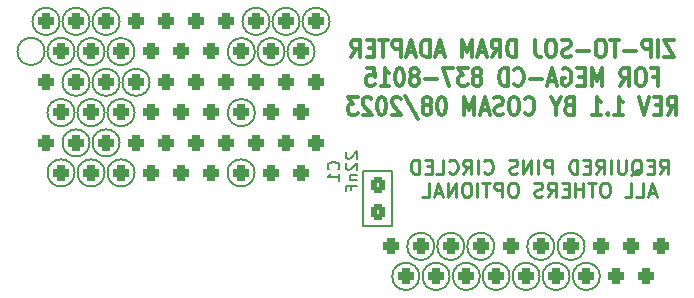
<source format=gbo>
G04 #@! TF.GenerationSoftware,KiCad,Pcbnew,7.0.2-0*
G04 #@! TF.CreationDate,2023-08-19T01:07:35+02:00*
G04 #@! TF.ProjectId,MegaCD,4d656761-4344-42e6-9b69-6361645f7063,rev?*
G04 #@! TF.SameCoordinates,Original*
G04 #@! TF.FileFunction,Legend,Bot*
G04 #@! TF.FilePolarity,Positive*
%FSLAX46Y46*%
G04 Gerber Fmt 4.6, Leading zero omitted, Abs format (unit mm)*
G04 Created by KiCad (PCBNEW 7.0.2-0) date 2023-08-19 01:07:35*
%MOMM*%
%LPD*%
G01*
G04 APERTURE LIST*
G04 Aperture macros list*
%AMRoundRect*
0 Rectangle with rounded corners*
0 $1 Rounding radius*
0 $2 $3 $4 $5 $6 $7 $8 $9 X,Y pos of 4 corners*
0 Add a 4 corners polygon primitive as box body*
4,1,4,$2,$3,$4,$5,$6,$7,$8,$9,$2,$3,0*
0 Add four circle primitives for the rounded corners*
1,1,$1+$1,$2,$3*
1,1,$1+$1,$4,$5*
1,1,$1+$1,$6,$7*
1,1,$1+$1,$8,$9*
0 Add four rect primitives between the rounded corners*
20,1,$1+$1,$2,$3,$4,$5,0*
20,1,$1+$1,$4,$5,$6,$7,0*
20,1,$1+$1,$6,$7,$8,$9,0*
20,1,$1+$1,$8,$9,$2,$3,0*%
G04 Aperture macros list end*
%ADD10C,0.150000*%
%ADD11C,0.250000*%
%ADD12C,0.300000*%
%ADD13RoundRect,0.255319X-0.344681X0.394681X-0.344681X-0.394681X0.344681X-0.394681X0.344681X0.394681X0*%
%ADD14R,1.400000X1.300000*%
%ADD15RoundRect,0.325000X0.375000X-0.325000X0.375000X0.325000X-0.375000X0.325000X-0.375000X-0.325000X0*%
%ADD16C,1.600000*%
G04 APERTURE END LIST*
D10*
X153524634Y-126111000D02*
G75*
G03*
X153524634Y-126111000I-1150034J0D01*
G01*
X167545434Y-128651000D02*
G75*
G03*
X167545434Y-128651000I-1150034J0D01*
G01*
X121800034Y-107061000D02*
G75*
G03*
X121800034Y-107061000I-1150034J0D01*
G01*
X129420034Y-112217200D02*
G75*
G03*
X129420034Y-112217200I-1150034J0D01*
G01*
X123070034Y-114782600D02*
G75*
G03*
X123070034Y-114782600I-1150034J0D01*
G01*
X166257068Y-126111000D02*
G75*
G03*
X166257068Y-126111000I-1150034J0D01*
G01*
X124340034Y-117348000D02*
G75*
G03*
X124340034Y-117348000I-1150034J0D01*
G01*
X125610034Y-114782600D02*
G75*
G03*
X125610034Y-114782600I-1150034J0D01*
G01*
X138310034Y-119888000D02*
G75*
G03*
X138310034Y-119888000I-1150034J0D01*
G01*
X142120034Y-107061000D02*
G75*
G03*
X142120034Y-107061000I-1150034J0D01*
G01*
X126880034Y-117348000D02*
G75*
G03*
X126880034Y-117348000I-1150034J0D01*
G01*
X164987068Y-128651000D02*
G75*
G03*
X164987068Y-128651000I-1150034J0D01*
G01*
X124340034Y-107061000D02*
G75*
G03*
X124340034Y-107061000I-1150034J0D01*
G01*
X120530034Y-109601000D02*
G75*
G03*
X120530034Y-109601000I-1150034J0D01*
G01*
X154827068Y-128651000D02*
G75*
G03*
X154827068Y-128651000I-1150034J0D01*
G01*
X123070034Y-119888000D02*
G75*
G03*
X123070034Y-119888000I-1150034J0D01*
G01*
X144660034Y-107061000D02*
G75*
G03*
X144660034Y-107061000I-1150034J0D01*
G01*
X139580034Y-107061000D02*
G75*
G03*
X139580034Y-107061000I-1150034J0D01*
G01*
X138335434Y-114782600D02*
G75*
G03*
X138335434Y-114782600I-1150034J0D01*
G01*
X126880034Y-112217200D02*
G75*
G03*
X126880034Y-112217200I-1150034J0D01*
G01*
X140850034Y-109619366D02*
G75*
G03*
X140850034Y-109619366I-1150034J0D01*
G01*
X138335434Y-109619366D02*
G75*
G03*
X138335434Y-109619366I-1150034J0D01*
G01*
X162447068Y-128651000D02*
G75*
G03*
X162447068Y-128651000I-1150034J0D01*
G01*
X157385434Y-128651000D02*
G75*
G03*
X157385434Y-128651000I-1150034J0D01*
G01*
X124340034Y-112217200D02*
G75*
G03*
X124340034Y-112217200I-1150034J0D01*
G01*
X152254634Y-128651000D02*
G75*
G03*
X152254634Y-128651000I-1150034J0D01*
G01*
X163684634Y-126111000D02*
G75*
G03*
X163684634Y-126111000I-1150034J0D01*
G01*
X125610034Y-119888000D02*
G75*
G03*
X125610034Y-119888000I-1150034J0D01*
G01*
X128150034Y-119888000D02*
G75*
G03*
X128150034Y-119888000I-1150034J0D01*
G01*
X123070034Y-109601000D02*
G75*
G03*
X123070034Y-109601000I-1150034J0D01*
G01*
X125610034Y-109619366D02*
G75*
G03*
X125610034Y-109619366I-1150034J0D01*
G01*
X126880034Y-107061000D02*
G75*
G03*
X126880034Y-107061000I-1150034J0D01*
G01*
X156064634Y-126111000D02*
G75*
G03*
X156064634Y-126111000I-1150034J0D01*
G01*
X128150034Y-114782600D02*
G75*
G03*
X128150034Y-114782600I-1150034J0D01*
G01*
X159907068Y-128651000D02*
G75*
G03*
X159907068Y-128651000I-1150034J0D01*
G01*
X143390034Y-109619366D02*
G75*
G03*
X143390034Y-109619366I-1150034J0D01*
G01*
X128143000Y-109619366D02*
G75*
G03*
X128143000Y-109619366I-1150034J0D01*
G01*
X158604634Y-126111000D02*
G75*
G03*
X158604634Y-126111000I-1150034J0D01*
G01*
D11*
X172604429Y-119956142D02*
X173004429Y-119384714D01*
X173290143Y-119956142D02*
X173290143Y-118756142D01*
X173290143Y-118756142D02*
X172833000Y-118756142D01*
X172833000Y-118756142D02*
X172718715Y-118813285D01*
X172718715Y-118813285D02*
X172661572Y-118870428D01*
X172661572Y-118870428D02*
X172604429Y-118984714D01*
X172604429Y-118984714D02*
X172604429Y-119156142D01*
X172604429Y-119156142D02*
X172661572Y-119270428D01*
X172661572Y-119270428D02*
X172718715Y-119327571D01*
X172718715Y-119327571D02*
X172833000Y-119384714D01*
X172833000Y-119384714D02*
X173290143Y-119384714D01*
X172090143Y-119327571D02*
X171690143Y-119327571D01*
X171518715Y-119956142D02*
X172090143Y-119956142D01*
X172090143Y-119956142D02*
X172090143Y-118756142D01*
X172090143Y-118756142D02*
X171518715Y-118756142D01*
X170204429Y-120070428D02*
X170318715Y-120013285D01*
X170318715Y-120013285D02*
X170433001Y-119899000D01*
X170433001Y-119899000D02*
X170604429Y-119727571D01*
X170604429Y-119727571D02*
X170718715Y-119670428D01*
X170718715Y-119670428D02*
X170833001Y-119670428D01*
X170775858Y-119956142D02*
X170890144Y-119899000D01*
X170890144Y-119899000D02*
X171004429Y-119784714D01*
X171004429Y-119784714D02*
X171061572Y-119556142D01*
X171061572Y-119556142D02*
X171061572Y-119156142D01*
X171061572Y-119156142D02*
X171004429Y-118927571D01*
X171004429Y-118927571D02*
X170890144Y-118813285D01*
X170890144Y-118813285D02*
X170775858Y-118756142D01*
X170775858Y-118756142D02*
X170547286Y-118756142D01*
X170547286Y-118756142D02*
X170433001Y-118813285D01*
X170433001Y-118813285D02*
X170318715Y-118927571D01*
X170318715Y-118927571D02*
X170261572Y-119156142D01*
X170261572Y-119156142D02*
X170261572Y-119556142D01*
X170261572Y-119556142D02*
X170318715Y-119784714D01*
X170318715Y-119784714D02*
X170433001Y-119899000D01*
X170433001Y-119899000D02*
X170547286Y-119956142D01*
X170547286Y-119956142D02*
X170775858Y-119956142D01*
X169747286Y-118756142D02*
X169747286Y-119727571D01*
X169747286Y-119727571D02*
X169690143Y-119841857D01*
X169690143Y-119841857D02*
X169633001Y-119899000D01*
X169633001Y-119899000D02*
X169518715Y-119956142D01*
X169518715Y-119956142D02*
X169290143Y-119956142D01*
X169290143Y-119956142D02*
X169175858Y-119899000D01*
X169175858Y-119899000D02*
X169118715Y-119841857D01*
X169118715Y-119841857D02*
X169061572Y-119727571D01*
X169061572Y-119727571D02*
X169061572Y-118756142D01*
X168490143Y-119956142D02*
X168490143Y-118756142D01*
X167233000Y-119956142D02*
X167633000Y-119384714D01*
X167918714Y-119956142D02*
X167918714Y-118756142D01*
X167918714Y-118756142D02*
X167461571Y-118756142D01*
X167461571Y-118756142D02*
X167347286Y-118813285D01*
X167347286Y-118813285D02*
X167290143Y-118870428D01*
X167290143Y-118870428D02*
X167233000Y-118984714D01*
X167233000Y-118984714D02*
X167233000Y-119156142D01*
X167233000Y-119156142D02*
X167290143Y-119270428D01*
X167290143Y-119270428D02*
X167347286Y-119327571D01*
X167347286Y-119327571D02*
X167461571Y-119384714D01*
X167461571Y-119384714D02*
X167918714Y-119384714D01*
X166718714Y-119327571D02*
X166318714Y-119327571D01*
X166147286Y-119956142D02*
X166718714Y-119956142D01*
X166718714Y-119956142D02*
X166718714Y-118756142D01*
X166718714Y-118756142D02*
X166147286Y-118756142D01*
X165633000Y-119956142D02*
X165633000Y-118756142D01*
X165633000Y-118756142D02*
X165347286Y-118756142D01*
X165347286Y-118756142D02*
X165175857Y-118813285D01*
X165175857Y-118813285D02*
X165061572Y-118927571D01*
X165061572Y-118927571D02*
X165004429Y-119041857D01*
X165004429Y-119041857D02*
X164947286Y-119270428D01*
X164947286Y-119270428D02*
X164947286Y-119441857D01*
X164947286Y-119441857D02*
X165004429Y-119670428D01*
X165004429Y-119670428D02*
X165061572Y-119784714D01*
X165061572Y-119784714D02*
X165175857Y-119899000D01*
X165175857Y-119899000D02*
X165347286Y-119956142D01*
X165347286Y-119956142D02*
X165633000Y-119956142D01*
X163518714Y-119956142D02*
X163518714Y-118756142D01*
X163518714Y-118756142D02*
X163061571Y-118756142D01*
X163061571Y-118756142D02*
X162947286Y-118813285D01*
X162947286Y-118813285D02*
X162890143Y-118870428D01*
X162890143Y-118870428D02*
X162833000Y-118984714D01*
X162833000Y-118984714D02*
X162833000Y-119156142D01*
X162833000Y-119156142D02*
X162890143Y-119270428D01*
X162890143Y-119270428D02*
X162947286Y-119327571D01*
X162947286Y-119327571D02*
X163061571Y-119384714D01*
X163061571Y-119384714D02*
X163518714Y-119384714D01*
X162318714Y-119956142D02*
X162318714Y-118756142D01*
X161747285Y-119956142D02*
X161747285Y-118756142D01*
X161747285Y-118756142D02*
X161061571Y-119956142D01*
X161061571Y-119956142D02*
X161061571Y-118756142D01*
X160547285Y-119899000D02*
X160375857Y-119956142D01*
X160375857Y-119956142D02*
X160090142Y-119956142D01*
X160090142Y-119956142D02*
X159975857Y-119899000D01*
X159975857Y-119899000D02*
X159918714Y-119841857D01*
X159918714Y-119841857D02*
X159861571Y-119727571D01*
X159861571Y-119727571D02*
X159861571Y-119613285D01*
X159861571Y-119613285D02*
X159918714Y-119499000D01*
X159918714Y-119499000D02*
X159975857Y-119441857D01*
X159975857Y-119441857D02*
X160090142Y-119384714D01*
X160090142Y-119384714D02*
X160318714Y-119327571D01*
X160318714Y-119327571D02*
X160432999Y-119270428D01*
X160432999Y-119270428D02*
X160490142Y-119213285D01*
X160490142Y-119213285D02*
X160547285Y-119099000D01*
X160547285Y-119099000D02*
X160547285Y-118984714D01*
X160547285Y-118984714D02*
X160490142Y-118870428D01*
X160490142Y-118870428D02*
X160432999Y-118813285D01*
X160432999Y-118813285D02*
X160318714Y-118756142D01*
X160318714Y-118756142D02*
X160032999Y-118756142D01*
X160032999Y-118756142D02*
X159861571Y-118813285D01*
X157747285Y-119841857D02*
X157804428Y-119899000D01*
X157804428Y-119899000D02*
X157975856Y-119956142D01*
X157975856Y-119956142D02*
X158090142Y-119956142D01*
X158090142Y-119956142D02*
X158261571Y-119899000D01*
X158261571Y-119899000D02*
X158375856Y-119784714D01*
X158375856Y-119784714D02*
X158432999Y-119670428D01*
X158432999Y-119670428D02*
X158490142Y-119441857D01*
X158490142Y-119441857D02*
X158490142Y-119270428D01*
X158490142Y-119270428D02*
X158432999Y-119041857D01*
X158432999Y-119041857D02*
X158375856Y-118927571D01*
X158375856Y-118927571D02*
X158261571Y-118813285D01*
X158261571Y-118813285D02*
X158090142Y-118756142D01*
X158090142Y-118756142D02*
X157975856Y-118756142D01*
X157975856Y-118756142D02*
X157804428Y-118813285D01*
X157804428Y-118813285D02*
X157747285Y-118870428D01*
X157232999Y-119956142D02*
X157232999Y-118756142D01*
X155975856Y-119956142D02*
X156375856Y-119384714D01*
X156661570Y-119956142D02*
X156661570Y-118756142D01*
X156661570Y-118756142D02*
X156204427Y-118756142D01*
X156204427Y-118756142D02*
X156090142Y-118813285D01*
X156090142Y-118813285D02*
X156032999Y-118870428D01*
X156032999Y-118870428D02*
X155975856Y-118984714D01*
X155975856Y-118984714D02*
X155975856Y-119156142D01*
X155975856Y-119156142D02*
X156032999Y-119270428D01*
X156032999Y-119270428D02*
X156090142Y-119327571D01*
X156090142Y-119327571D02*
X156204427Y-119384714D01*
X156204427Y-119384714D02*
X156661570Y-119384714D01*
X154775856Y-119841857D02*
X154832999Y-119899000D01*
X154832999Y-119899000D02*
X155004427Y-119956142D01*
X155004427Y-119956142D02*
X155118713Y-119956142D01*
X155118713Y-119956142D02*
X155290142Y-119899000D01*
X155290142Y-119899000D02*
X155404427Y-119784714D01*
X155404427Y-119784714D02*
X155461570Y-119670428D01*
X155461570Y-119670428D02*
X155518713Y-119441857D01*
X155518713Y-119441857D02*
X155518713Y-119270428D01*
X155518713Y-119270428D02*
X155461570Y-119041857D01*
X155461570Y-119041857D02*
X155404427Y-118927571D01*
X155404427Y-118927571D02*
X155290142Y-118813285D01*
X155290142Y-118813285D02*
X155118713Y-118756142D01*
X155118713Y-118756142D02*
X155004427Y-118756142D01*
X155004427Y-118756142D02*
X154832999Y-118813285D01*
X154832999Y-118813285D02*
X154775856Y-118870428D01*
X153690142Y-119956142D02*
X154261570Y-119956142D01*
X154261570Y-119956142D02*
X154261570Y-118756142D01*
X153290141Y-119327571D02*
X152890141Y-119327571D01*
X152718713Y-119956142D02*
X153290141Y-119956142D01*
X153290141Y-119956142D02*
X153290141Y-118756142D01*
X153290141Y-118756142D02*
X152718713Y-118756142D01*
X152204427Y-119956142D02*
X152204427Y-118756142D01*
X152204427Y-118756142D02*
X151918713Y-118756142D01*
X151918713Y-118756142D02*
X151747284Y-118813285D01*
X151747284Y-118813285D02*
X151632999Y-118927571D01*
X151632999Y-118927571D02*
X151575856Y-119041857D01*
X151575856Y-119041857D02*
X151518713Y-119270428D01*
X151518713Y-119270428D02*
X151518713Y-119441857D01*
X151518713Y-119441857D02*
X151575856Y-119670428D01*
X151575856Y-119670428D02*
X151632999Y-119784714D01*
X151632999Y-119784714D02*
X151747284Y-119899000D01*
X151747284Y-119899000D02*
X151918713Y-119956142D01*
X151918713Y-119956142D02*
X152204427Y-119956142D01*
X172261572Y-121557285D02*
X171690144Y-121557285D01*
X172375858Y-121900142D02*
X171975858Y-120700142D01*
X171975858Y-120700142D02*
X171575858Y-121900142D01*
X170604430Y-121900142D02*
X171175858Y-121900142D01*
X171175858Y-121900142D02*
X171175858Y-120700142D01*
X169633001Y-121900142D02*
X170204429Y-121900142D01*
X170204429Y-121900142D02*
X170204429Y-120700142D01*
X168090143Y-120700142D02*
X167861571Y-120700142D01*
X167861571Y-120700142D02*
X167747286Y-120757285D01*
X167747286Y-120757285D02*
X167633000Y-120871571D01*
X167633000Y-120871571D02*
X167575857Y-121100142D01*
X167575857Y-121100142D02*
X167575857Y-121500142D01*
X167575857Y-121500142D02*
X167633000Y-121728714D01*
X167633000Y-121728714D02*
X167747286Y-121843000D01*
X167747286Y-121843000D02*
X167861571Y-121900142D01*
X167861571Y-121900142D02*
X168090143Y-121900142D01*
X168090143Y-121900142D02*
X168204429Y-121843000D01*
X168204429Y-121843000D02*
X168318714Y-121728714D01*
X168318714Y-121728714D02*
X168375857Y-121500142D01*
X168375857Y-121500142D02*
X168375857Y-121100142D01*
X168375857Y-121100142D02*
X168318714Y-120871571D01*
X168318714Y-120871571D02*
X168204429Y-120757285D01*
X168204429Y-120757285D02*
X168090143Y-120700142D01*
X167233000Y-120700142D02*
X166547286Y-120700142D01*
X166890143Y-121900142D02*
X166890143Y-120700142D01*
X166147285Y-121900142D02*
X166147285Y-120700142D01*
X166147285Y-121271571D02*
X165461571Y-121271571D01*
X165461571Y-121900142D02*
X165461571Y-120700142D01*
X164890142Y-121271571D02*
X164490142Y-121271571D01*
X164318714Y-121900142D02*
X164890142Y-121900142D01*
X164890142Y-121900142D02*
X164890142Y-120700142D01*
X164890142Y-120700142D02*
X164318714Y-120700142D01*
X163118714Y-121900142D02*
X163518714Y-121328714D01*
X163804428Y-121900142D02*
X163804428Y-120700142D01*
X163804428Y-120700142D02*
X163347285Y-120700142D01*
X163347285Y-120700142D02*
X163233000Y-120757285D01*
X163233000Y-120757285D02*
X163175857Y-120814428D01*
X163175857Y-120814428D02*
X163118714Y-120928714D01*
X163118714Y-120928714D02*
X163118714Y-121100142D01*
X163118714Y-121100142D02*
X163175857Y-121214428D01*
X163175857Y-121214428D02*
X163233000Y-121271571D01*
X163233000Y-121271571D02*
X163347285Y-121328714D01*
X163347285Y-121328714D02*
X163804428Y-121328714D01*
X162661571Y-121843000D02*
X162490143Y-121900142D01*
X162490143Y-121900142D02*
X162204428Y-121900142D01*
X162204428Y-121900142D02*
X162090143Y-121843000D01*
X162090143Y-121843000D02*
X162033000Y-121785857D01*
X162033000Y-121785857D02*
X161975857Y-121671571D01*
X161975857Y-121671571D02*
X161975857Y-121557285D01*
X161975857Y-121557285D02*
X162033000Y-121443000D01*
X162033000Y-121443000D02*
X162090143Y-121385857D01*
X162090143Y-121385857D02*
X162204428Y-121328714D01*
X162204428Y-121328714D02*
X162433000Y-121271571D01*
X162433000Y-121271571D02*
X162547285Y-121214428D01*
X162547285Y-121214428D02*
X162604428Y-121157285D01*
X162604428Y-121157285D02*
X162661571Y-121043000D01*
X162661571Y-121043000D02*
X162661571Y-120928714D01*
X162661571Y-120928714D02*
X162604428Y-120814428D01*
X162604428Y-120814428D02*
X162547285Y-120757285D01*
X162547285Y-120757285D02*
X162433000Y-120700142D01*
X162433000Y-120700142D02*
X162147285Y-120700142D01*
X162147285Y-120700142D02*
X161975857Y-120757285D01*
X160318714Y-120700142D02*
X160090142Y-120700142D01*
X160090142Y-120700142D02*
X159975857Y-120757285D01*
X159975857Y-120757285D02*
X159861571Y-120871571D01*
X159861571Y-120871571D02*
X159804428Y-121100142D01*
X159804428Y-121100142D02*
X159804428Y-121500142D01*
X159804428Y-121500142D02*
X159861571Y-121728714D01*
X159861571Y-121728714D02*
X159975857Y-121843000D01*
X159975857Y-121843000D02*
X160090142Y-121900142D01*
X160090142Y-121900142D02*
X160318714Y-121900142D01*
X160318714Y-121900142D02*
X160433000Y-121843000D01*
X160433000Y-121843000D02*
X160547285Y-121728714D01*
X160547285Y-121728714D02*
X160604428Y-121500142D01*
X160604428Y-121500142D02*
X160604428Y-121100142D01*
X160604428Y-121100142D02*
X160547285Y-120871571D01*
X160547285Y-120871571D02*
X160433000Y-120757285D01*
X160433000Y-120757285D02*
X160318714Y-120700142D01*
X159290142Y-121900142D02*
X159290142Y-120700142D01*
X159290142Y-120700142D02*
X158832999Y-120700142D01*
X158832999Y-120700142D02*
X158718714Y-120757285D01*
X158718714Y-120757285D02*
X158661571Y-120814428D01*
X158661571Y-120814428D02*
X158604428Y-120928714D01*
X158604428Y-120928714D02*
X158604428Y-121100142D01*
X158604428Y-121100142D02*
X158661571Y-121214428D01*
X158661571Y-121214428D02*
X158718714Y-121271571D01*
X158718714Y-121271571D02*
X158832999Y-121328714D01*
X158832999Y-121328714D02*
X159290142Y-121328714D01*
X158261571Y-120700142D02*
X157575857Y-120700142D01*
X157918714Y-121900142D02*
X157918714Y-120700142D01*
X157175856Y-121900142D02*
X157175856Y-120700142D01*
X156375856Y-120700142D02*
X156147284Y-120700142D01*
X156147284Y-120700142D02*
X156032999Y-120757285D01*
X156032999Y-120757285D02*
X155918713Y-120871571D01*
X155918713Y-120871571D02*
X155861570Y-121100142D01*
X155861570Y-121100142D02*
X155861570Y-121500142D01*
X155861570Y-121500142D02*
X155918713Y-121728714D01*
X155918713Y-121728714D02*
X156032999Y-121843000D01*
X156032999Y-121843000D02*
X156147284Y-121900142D01*
X156147284Y-121900142D02*
X156375856Y-121900142D01*
X156375856Y-121900142D02*
X156490142Y-121843000D01*
X156490142Y-121843000D02*
X156604427Y-121728714D01*
X156604427Y-121728714D02*
X156661570Y-121500142D01*
X156661570Y-121500142D02*
X156661570Y-121100142D01*
X156661570Y-121100142D02*
X156604427Y-120871571D01*
X156604427Y-120871571D02*
X156490142Y-120757285D01*
X156490142Y-120757285D02*
X156375856Y-120700142D01*
X155347284Y-121900142D02*
X155347284Y-120700142D01*
X155347284Y-120700142D02*
X154661570Y-121900142D01*
X154661570Y-121900142D02*
X154661570Y-120700142D01*
X154147284Y-121557285D02*
X153575856Y-121557285D01*
X154261570Y-121900142D02*
X153861570Y-120700142D01*
X153861570Y-120700142D02*
X153461570Y-121900142D01*
X152490142Y-121900142D02*
X153061570Y-121900142D01*
X153061570Y-121900142D02*
X153061570Y-120700142D01*
D12*
X173858904Y-108594628D02*
X172992238Y-108594628D01*
X172992238Y-108594628D02*
X173858904Y-110094628D01*
X173858904Y-110094628D02*
X172992238Y-110094628D01*
X172497000Y-110094628D02*
X172497000Y-108594628D01*
X171877952Y-110094628D02*
X171877952Y-108594628D01*
X171877952Y-108594628D02*
X171382714Y-108594628D01*
X171382714Y-108594628D02*
X171258904Y-108666057D01*
X171258904Y-108666057D02*
X171196999Y-108737485D01*
X171196999Y-108737485D02*
X171135095Y-108880342D01*
X171135095Y-108880342D02*
X171135095Y-109094628D01*
X171135095Y-109094628D02*
X171196999Y-109237485D01*
X171196999Y-109237485D02*
X171258904Y-109308914D01*
X171258904Y-109308914D02*
X171382714Y-109380342D01*
X171382714Y-109380342D02*
X171877952Y-109380342D01*
X170577952Y-109523200D02*
X169587476Y-109523200D01*
X169154142Y-108594628D02*
X168411285Y-108594628D01*
X168782713Y-110094628D02*
X168782713Y-108594628D01*
X167730333Y-108594628D02*
X167482714Y-108594628D01*
X167482714Y-108594628D02*
X167358904Y-108666057D01*
X167358904Y-108666057D02*
X167235095Y-108808914D01*
X167235095Y-108808914D02*
X167173190Y-109094628D01*
X167173190Y-109094628D02*
X167173190Y-109594628D01*
X167173190Y-109594628D02*
X167235095Y-109880342D01*
X167235095Y-109880342D02*
X167358904Y-110023200D01*
X167358904Y-110023200D02*
X167482714Y-110094628D01*
X167482714Y-110094628D02*
X167730333Y-110094628D01*
X167730333Y-110094628D02*
X167854142Y-110023200D01*
X167854142Y-110023200D02*
X167977952Y-109880342D01*
X167977952Y-109880342D02*
X168039856Y-109594628D01*
X168039856Y-109594628D02*
X168039856Y-109094628D01*
X168039856Y-109094628D02*
X167977952Y-108808914D01*
X167977952Y-108808914D02*
X167854142Y-108666057D01*
X167854142Y-108666057D02*
X167730333Y-108594628D01*
X166616047Y-109523200D02*
X165625571Y-109523200D01*
X165068427Y-110023200D02*
X164882713Y-110094628D01*
X164882713Y-110094628D02*
X164573189Y-110094628D01*
X164573189Y-110094628D02*
X164449380Y-110023200D01*
X164449380Y-110023200D02*
X164387475Y-109951771D01*
X164387475Y-109951771D02*
X164325570Y-109808914D01*
X164325570Y-109808914D02*
X164325570Y-109666057D01*
X164325570Y-109666057D02*
X164387475Y-109523200D01*
X164387475Y-109523200D02*
X164449380Y-109451771D01*
X164449380Y-109451771D02*
X164573189Y-109380342D01*
X164573189Y-109380342D02*
X164820808Y-109308914D01*
X164820808Y-109308914D02*
X164944618Y-109237485D01*
X164944618Y-109237485D02*
X165006523Y-109166057D01*
X165006523Y-109166057D02*
X165068427Y-109023200D01*
X165068427Y-109023200D02*
X165068427Y-108880342D01*
X165068427Y-108880342D02*
X165006523Y-108737485D01*
X165006523Y-108737485D02*
X164944618Y-108666057D01*
X164944618Y-108666057D02*
X164820808Y-108594628D01*
X164820808Y-108594628D02*
X164511285Y-108594628D01*
X164511285Y-108594628D02*
X164325570Y-108666057D01*
X163520809Y-108594628D02*
X163273190Y-108594628D01*
X163273190Y-108594628D02*
X163149380Y-108666057D01*
X163149380Y-108666057D02*
X163025571Y-108808914D01*
X163025571Y-108808914D02*
X162963666Y-109094628D01*
X162963666Y-109094628D02*
X162963666Y-109594628D01*
X162963666Y-109594628D02*
X163025571Y-109880342D01*
X163025571Y-109880342D02*
X163149380Y-110023200D01*
X163149380Y-110023200D02*
X163273190Y-110094628D01*
X163273190Y-110094628D02*
X163520809Y-110094628D01*
X163520809Y-110094628D02*
X163644618Y-110023200D01*
X163644618Y-110023200D02*
X163768428Y-109880342D01*
X163768428Y-109880342D02*
X163830332Y-109594628D01*
X163830332Y-109594628D02*
X163830332Y-109094628D01*
X163830332Y-109094628D02*
X163768428Y-108808914D01*
X163768428Y-108808914D02*
X163644618Y-108666057D01*
X163644618Y-108666057D02*
X163520809Y-108594628D01*
X162035094Y-108594628D02*
X162035094Y-109666057D01*
X162035094Y-109666057D02*
X162096999Y-109880342D01*
X162096999Y-109880342D02*
X162220808Y-110023200D01*
X162220808Y-110023200D02*
X162406523Y-110094628D01*
X162406523Y-110094628D02*
X162530332Y-110094628D01*
X160425571Y-110094628D02*
X160425571Y-108594628D01*
X160425571Y-108594628D02*
X160116047Y-108594628D01*
X160116047Y-108594628D02*
X159930333Y-108666057D01*
X159930333Y-108666057D02*
X159806523Y-108808914D01*
X159806523Y-108808914D02*
X159744618Y-108951771D01*
X159744618Y-108951771D02*
X159682714Y-109237485D01*
X159682714Y-109237485D02*
X159682714Y-109451771D01*
X159682714Y-109451771D02*
X159744618Y-109737485D01*
X159744618Y-109737485D02*
X159806523Y-109880342D01*
X159806523Y-109880342D02*
X159930333Y-110023200D01*
X159930333Y-110023200D02*
X160116047Y-110094628D01*
X160116047Y-110094628D02*
X160425571Y-110094628D01*
X158382714Y-110094628D02*
X158816047Y-109380342D01*
X159125571Y-110094628D02*
X159125571Y-108594628D01*
X159125571Y-108594628D02*
X158630333Y-108594628D01*
X158630333Y-108594628D02*
X158506523Y-108666057D01*
X158506523Y-108666057D02*
X158444618Y-108737485D01*
X158444618Y-108737485D02*
X158382714Y-108880342D01*
X158382714Y-108880342D02*
X158382714Y-109094628D01*
X158382714Y-109094628D02*
X158444618Y-109237485D01*
X158444618Y-109237485D02*
X158506523Y-109308914D01*
X158506523Y-109308914D02*
X158630333Y-109380342D01*
X158630333Y-109380342D02*
X159125571Y-109380342D01*
X157887475Y-109666057D02*
X157268428Y-109666057D01*
X158011285Y-110094628D02*
X157577952Y-108594628D01*
X157577952Y-108594628D02*
X157144618Y-110094628D01*
X156711285Y-110094628D02*
X156711285Y-108594628D01*
X156711285Y-108594628D02*
X156277951Y-109666057D01*
X156277951Y-109666057D02*
X155844618Y-108594628D01*
X155844618Y-108594628D02*
X155844618Y-110094628D01*
X154296999Y-109666057D02*
X153677952Y-109666057D01*
X154420809Y-110094628D02*
X153987476Y-108594628D01*
X153987476Y-108594628D02*
X153554142Y-110094628D01*
X153120809Y-110094628D02*
X153120809Y-108594628D01*
X153120809Y-108594628D02*
X152811285Y-108594628D01*
X152811285Y-108594628D02*
X152625571Y-108666057D01*
X152625571Y-108666057D02*
X152501761Y-108808914D01*
X152501761Y-108808914D02*
X152439856Y-108951771D01*
X152439856Y-108951771D02*
X152377952Y-109237485D01*
X152377952Y-109237485D02*
X152377952Y-109451771D01*
X152377952Y-109451771D02*
X152439856Y-109737485D01*
X152439856Y-109737485D02*
X152501761Y-109880342D01*
X152501761Y-109880342D02*
X152625571Y-110023200D01*
X152625571Y-110023200D02*
X152811285Y-110094628D01*
X152811285Y-110094628D02*
X153120809Y-110094628D01*
X151882713Y-109666057D02*
X151263666Y-109666057D01*
X152006523Y-110094628D02*
X151573190Y-108594628D01*
X151573190Y-108594628D02*
X151139856Y-110094628D01*
X150706523Y-110094628D02*
X150706523Y-108594628D01*
X150706523Y-108594628D02*
X150211285Y-108594628D01*
X150211285Y-108594628D02*
X150087475Y-108666057D01*
X150087475Y-108666057D02*
X150025570Y-108737485D01*
X150025570Y-108737485D02*
X149963666Y-108880342D01*
X149963666Y-108880342D02*
X149963666Y-109094628D01*
X149963666Y-109094628D02*
X150025570Y-109237485D01*
X150025570Y-109237485D02*
X150087475Y-109308914D01*
X150087475Y-109308914D02*
X150211285Y-109380342D01*
X150211285Y-109380342D02*
X150706523Y-109380342D01*
X149592237Y-108594628D02*
X148849380Y-108594628D01*
X149220808Y-110094628D02*
X149220808Y-108594628D01*
X148416047Y-109308914D02*
X147982713Y-109308914D01*
X147796999Y-110094628D02*
X148416047Y-110094628D01*
X148416047Y-110094628D02*
X148416047Y-108594628D01*
X148416047Y-108594628D02*
X147796999Y-108594628D01*
X146497000Y-110094628D02*
X146930333Y-109380342D01*
X147239857Y-110094628D02*
X147239857Y-108594628D01*
X147239857Y-108594628D02*
X146744619Y-108594628D01*
X146744619Y-108594628D02*
X146620809Y-108666057D01*
X146620809Y-108666057D02*
X146558904Y-108737485D01*
X146558904Y-108737485D02*
X146497000Y-108880342D01*
X146497000Y-108880342D02*
X146497000Y-109094628D01*
X146497000Y-109094628D02*
X146558904Y-109237485D01*
X146558904Y-109237485D02*
X146620809Y-109308914D01*
X146620809Y-109308914D02*
X146744619Y-109380342D01*
X146744619Y-109380342D02*
X147239857Y-109380342D01*
X172063665Y-111738914D02*
X172496999Y-111738914D01*
X172496999Y-112524628D02*
X172496999Y-111024628D01*
X172496999Y-111024628D02*
X171877951Y-111024628D01*
X171135094Y-111024628D02*
X170887475Y-111024628D01*
X170887475Y-111024628D02*
X170763665Y-111096057D01*
X170763665Y-111096057D02*
X170639856Y-111238914D01*
X170639856Y-111238914D02*
X170577951Y-111524628D01*
X170577951Y-111524628D02*
X170577951Y-112024628D01*
X170577951Y-112024628D02*
X170639856Y-112310342D01*
X170639856Y-112310342D02*
X170763665Y-112453200D01*
X170763665Y-112453200D02*
X170887475Y-112524628D01*
X170887475Y-112524628D02*
X171135094Y-112524628D01*
X171135094Y-112524628D02*
X171258903Y-112453200D01*
X171258903Y-112453200D02*
X171382713Y-112310342D01*
X171382713Y-112310342D02*
X171444617Y-112024628D01*
X171444617Y-112024628D02*
X171444617Y-111524628D01*
X171444617Y-111524628D02*
X171382713Y-111238914D01*
X171382713Y-111238914D02*
X171258903Y-111096057D01*
X171258903Y-111096057D02*
X171135094Y-111024628D01*
X169277951Y-112524628D02*
X169711284Y-111810342D01*
X170020808Y-112524628D02*
X170020808Y-111024628D01*
X170020808Y-111024628D02*
X169525570Y-111024628D01*
X169525570Y-111024628D02*
X169401760Y-111096057D01*
X169401760Y-111096057D02*
X169339855Y-111167485D01*
X169339855Y-111167485D02*
X169277951Y-111310342D01*
X169277951Y-111310342D02*
X169277951Y-111524628D01*
X169277951Y-111524628D02*
X169339855Y-111667485D01*
X169339855Y-111667485D02*
X169401760Y-111738914D01*
X169401760Y-111738914D02*
X169525570Y-111810342D01*
X169525570Y-111810342D02*
X170020808Y-111810342D01*
X167730332Y-112524628D02*
X167730332Y-111024628D01*
X167730332Y-111024628D02*
X167296998Y-112096057D01*
X167296998Y-112096057D02*
X166863665Y-111024628D01*
X166863665Y-111024628D02*
X166863665Y-112524628D01*
X166244618Y-111738914D02*
X165811284Y-111738914D01*
X165625570Y-112524628D02*
X166244618Y-112524628D01*
X166244618Y-112524628D02*
X166244618Y-111024628D01*
X166244618Y-111024628D02*
X165625570Y-111024628D01*
X164387475Y-111096057D02*
X164511285Y-111024628D01*
X164511285Y-111024628D02*
X164696999Y-111024628D01*
X164696999Y-111024628D02*
X164882713Y-111096057D01*
X164882713Y-111096057D02*
X165006523Y-111238914D01*
X165006523Y-111238914D02*
X165068428Y-111381771D01*
X165068428Y-111381771D02*
X165130332Y-111667485D01*
X165130332Y-111667485D02*
X165130332Y-111881771D01*
X165130332Y-111881771D02*
X165068428Y-112167485D01*
X165068428Y-112167485D02*
X165006523Y-112310342D01*
X165006523Y-112310342D02*
X164882713Y-112453200D01*
X164882713Y-112453200D02*
X164696999Y-112524628D01*
X164696999Y-112524628D02*
X164573190Y-112524628D01*
X164573190Y-112524628D02*
X164387475Y-112453200D01*
X164387475Y-112453200D02*
X164325571Y-112381771D01*
X164325571Y-112381771D02*
X164325571Y-111881771D01*
X164325571Y-111881771D02*
X164573190Y-111881771D01*
X163830332Y-112096057D02*
X163211285Y-112096057D01*
X163954142Y-112524628D02*
X163520809Y-111024628D01*
X163520809Y-111024628D02*
X163087475Y-112524628D01*
X162654142Y-111953200D02*
X161663666Y-111953200D01*
X160301761Y-112381771D02*
X160363665Y-112453200D01*
X160363665Y-112453200D02*
X160549380Y-112524628D01*
X160549380Y-112524628D02*
X160673189Y-112524628D01*
X160673189Y-112524628D02*
X160858903Y-112453200D01*
X160858903Y-112453200D02*
X160982713Y-112310342D01*
X160982713Y-112310342D02*
X161044618Y-112167485D01*
X161044618Y-112167485D02*
X161106522Y-111881771D01*
X161106522Y-111881771D02*
X161106522Y-111667485D01*
X161106522Y-111667485D02*
X161044618Y-111381771D01*
X161044618Y-111381771D02*
X160982713Y-111238914D01*
X160982713Y-111238914D02*
X160858903Y-111096057D01*
X160858903Y-111096057D02*
X160673189Y-111024628D01*
X160673189Y-111024628D02*
X160549380Y-111024628D01*
X160549380Y-111024628D02*
X160363665Y-111096057D01*
X160363665Y-111096057D02*
X160301761Y-111167485D01*
X159744618Y-112524628D02*
X159744618Y-111024628D01*
X159744618Y-111024628D02*
X159435094Y-111024628D01*
X159435094Y-111024628D02*
X159249380Y-111096057D01*
X159249380Y-111096057D02*
X159125570Y-111238914D01*
X159125570Y-111238914D02*
X159063665Y-111381771D01*
X159063665Y-111381771D02*
X159001761Y-111667485D01*
X159001761Y-111667485D02*
X159001761Y-111881771D01*
X159001761Y-111881771D02*
X159063665Y-112167485D01*
X159063665Y-112167485D02*
X159125570Y-112310342D01*
X159125570Y-112310342D02*
X159249380Y-112453200D01*
X159249380Y-112453200D02*
X159435094Y-112524628D01*
X159435094Y-112524628D02*
X159744618Y-112524628D01*
X157268427Y-111667485D02*
X157392237Y-111596057D01*
X157392237Y-111596057D02*
X157454142Y-111524628D01*
X157454142Y-111524628D02*
X157516046Y-111381771D01*
X157516046Y-111381771D02*
X157516046Y-111310342D01*
X157516046Y-111310342D02*
X157454142Y-111167485D01*
X157454142Y-111167485D02*
X157392237Y-111096057D01*
X157392237Y-111096057D02*
X157268427Y-111024628D01*
X157268427Y-111024628D02*
X157020808Y-111024628D01*
X157020808Y-111024628D02*
X156896999Y-111096057D01*
X156896999Y-111096057D02*
X156835094Y-111167485D01*
X156835094Y-111167485D02*
X156773189Y-111310342D01*
X156773189Y-111310342D02*
X156773189Y-111381771D01*
X156773189Y-111381771D02*
X156835094Y-111524628D01*
X156835094Y-111524628D02*
X156896999Y-111596057D01*
X156896999Y-111596057D02*
X157020808Y-111667485D01*
X157020808Y-111667485D02*
X157268427Y-111667485D01*
X157268427Y-111667485D02*
X157392237Y-111738914D01*
X157392237Y-111738914D02*
X157454142Y-111810342D01*
X157454142Y-111810342D02*
X157516046Y-111953200D01*
X157516046Y-111953200D02*
X157516046Y-112238914D01*
X157516046Y-112238914D02*
X157454142Y-112381771D01*
X157454142Y-112381771D02*
X157392237Y-112453200D01*
X157392237Y-112453200D02*
X157268427Y-112524628D01*
X157268427Y-112524628D02*
X157020808Y-112524628D01*
X157020808Y-112524628D02*
X156896999Y-112453200D01*
X156896999Y-112453200D02*
X156835094Y-112381771D01*
X156835094Y-112381771D02*
X156773189Y-112238914D01*
X156773189Y-112238914D02*
X156773189Y-111953200D01*
X156773189Y-111953200D02*
X156835094Y-111810342D01*
X156835094Y-111810342D02*
X156896999Y-111738914D01*
X156896999Y-111738914D02*
X157020808Y-111667485D01*
X156339856Y-111024628D02*
X155535094Y-111024628D01*
X155535094Y-111024628D02*
X155968428Y-111596057D01*
X155968428Y-111596057D02*
X155782713Y-111596057D01*
X155782713Y-111596057D02*
X155658904Y-111667485D01*
X155658904Y-111667485D02*
X155596999Y-111738914D01*
X155596999Y-111738914D02*
X155535094Y-111881771D01*
X155535094Y-111881771D02*
X155535094Y-112238914D01*
X155535094Y-112238914D02*
X155596999Y-112381771D01*
X155596999Y-112381771D02*
X155658904Y-112453200D01*
X155658904Y-112453200D02*
X155782713Y-112524628D01*
X155782713Y-112524628D02*
X156154142Y-112524628D01*
X156154142Y-112524628D02*
X156277951Y-112453200D01*
X156277951Y-112453200D02*
X156339856Y-112381771D01*
X155101761Y-111024628D02*
X154235095Y-111024628D01*
X154235095Y-111024628D02*
X154792237Y-112524628D01*
X153739857Y-111953200D02*
X152749381Y-111953200D01*
X151944618Y-111667485D02*
X152068428Y-111596057D01*
X152068428Y-111596057D02*
X152130333Y-111524628D01*
X152130333Y-111524628D02*
X152192237Y-111381771D01*
X152192237Y-111381771D02*
X152192237Y-111310342D01*
X152192237Y-111310342D02*
X152130333Y-111167485D01*
X152130333Y-111167485D02*
X152068428Y-111096057D01*
X152068428Y-111096057D02*
X151944618Y-111024628D01*
X151944618Y-111024628D02*
X151696999Y-111024628D01*
X151696999Y-111024628D02*
X151573190Y-111096057D01*
X151573190Y-111096057D02*
X151511285Y-111167485D01*
X151511285Y-111167485D02*
X151449380Y-111310342D01*
X151449380Y-111310342D02*
X151449380Y-111381771D01*
X151449380Y-111381771D02*
X151511285Y-111524628D01*
X151511285Y-111524628D02*
X151573190Y-111596057D01*
X151573190Y-111596057D02*
X151696999Y-111667485D01*
X151696999Y-111667485D02*
X151944618Y-111667485D01*
X151944618Y-111667485D02*
X152068428Y-111738914D01*
X152068428Y-111738914D02*
X152130333Y-111810342D01*
X152130333Y-111810342D02*
X152192237Y-111953200D01*
X152192237Y-111953200D02*
X152192237Y-112238914D01*
X152192237Y-112238914D02*
X152130333Y-112381771D01*
X152130333Y-112381771D02*
X152068428Y-112453200D01*
X152068428Y-112453200D02*
X151944618Y-112524628D01*
X151944618Y-112524628D02*
X151696999Y-112524628D01*
X151696999Y-112524628D02*
X151573190Y-112453200D01*
X151573190Y-112453200D02*
X151511285Y-112381771D01*
X151511285Y-112381771D02*
X151449380Y-112238914D01*
X151449380Y-112238914D02*
X151449380Y-111953200D01*
X151449380Y-111953200D02*
X151511285Y-111810342D01*
X151511285Y-111810342D02*
X151573190Y-111738914D01*
X151573190Y-111738914D02*
X151696999Y-111667485D01*
X150644619Y-111024628D02*
X150520809Y-111024628D01*
X150520809Y-111024628D02*
X150397000Y-111096057D01*
X150397000Y-111096057D02*
X150335095Y-111167485D01*
X150335095Y-111167485D02*
X150273190Y-111310342D01*
X150273190Y-111310342D02*
X150211285Y-111596057D01*
X150211285Y-111596057D02*
X150211285Y-111953200D01*
X150211285Y-111953200D02*
X150273190Y-112238914D01*
X150273190Y-112238914D02*
X150335095Y-112381771D01*
X150335095Y-112381771D02*
X150397000Y-112453200D01*
X150397000Y-112453200D02*
X150520809Y-112524628D01*
X150520809Y-112524628D02*
X150644619Y-112524628D01*
X150644619Y-112524628D02*
X150768428Y-112453200D01*
X150768428Y-112453200D02*
X150830333Y-112381771D01*
X150830333Y-112381771D02*
X150892238Y-112238914D01*
X150892238Y-112238914D02*
X150954142Y-111953200D01*
X150954142Y-111953200D02*
X150954142Y-111596057D01*
X150954142Y-111596057D02*
X150892238Y-111310342D01*
X150892238Y-111310342D02*
X150830333Y-111167485D01*
X150830333Y-111167485D02*
X150768428Y-111096057D01*
X150768428Y-111096057D02*
X150644619Y-111024628D01*
X148973190Y-112524628D02*
X149716047Y-112524628D01*
X149344619Y-112524628D02*
X149344619Y-111024628D01*
X149344619Y-111024628D02*
X149468428Y-111238914D01*
X149468428Y-111238914D02*
X149592238Y-111381771D01*
X149592238Y-111381771D02*
X149716047Y-111453200D01*
X147797000Y-111024628D02*
X148416048Y-111024628D01*
X148416048Y-111024628D02*
X148477952Y-111738914D01*
X148477952Y-111738914D02*
X148416048Y-111667485D01*
X148416048Y-111667485D02*
X148292238Y-111596057D01*
X148292238Y-111596057D02*
X147982714Y-111596057D01*
X147982714Y-111596057D02*
X147858905Y-111667485D01*
X147858905Y-111667485D02*
X147797000Y-111738914D01*
X147797000Y-111738914D02*
X147735095Y-111881771D01*
X147735095Y-111881771D02*
X147735095Y-112238914D01*
X147735095Y-112238914D02*
X147797000Y-112381771D01*
X147797000Y-112381771D02*
X147858905Y-112453200D01*
X147858905Y-112453200D02*
X147982714Y-112524628D01*
X147982714Y-112524628D02*
X148292238Y-112524628D01*
X148292238Y-112524628D02*
X148416048Y-112453200D01*
X148416048Y-112453200D02*
X148477952Y-112381771D01*
X173270808Y-114954628D02*
X173704141Y-114240342D01*
X174013665Y-114954628D02*
X174013665Y-113454628D01*
X174013665Y-113454628D02*
X173518427Y-113454628D01*
X173518427Y-113454628D02*
X173394617Y-113526057D01*
X173394617Y-113526057D02*
X173332712Y-113597485D01*
X173332712Y-113597485D02*
X173270808Y-113740342D01*
X173270808Y-113740342D02*
X173270808Y-113954628D01*
X173270808Y-113954628D02*
X173332712Y-114097485D01*
X173332712Y-114097485D02*
X173394617Y-114168914D01*
X173394617Y-114168914D02*
X173518427Y-114240342D01*
X173518427Y-114240342D02*
X174013665Y-114240342D01*
X172713665Y-114168914D02*
X172280331Y-114168914D01*
X172094617Y-114954628D02*
X172713665Y-114954628D01*
X172713665Y-114954628D02*
X172713665Y-113454628D01*
X172713665Y-113454628D02*
X172094617Y-113454628D01*
X171723189Y-113454628D02*
X171289856Y-114954628D01*
X171289856Y-114954628D02*
X170856522Y-113454628D01*
X168751760Y-114954628D02*
X169494617Y-114954628D01*
X169123189Y-114954628D02*
X169123189Y-113454628D01*
X169123189Y-113454628D02*
X169246998Y-113668914D01*
X169246998Y-113668914D02*
X169370808Y-113811771D01*
X169370808Y-113811771D02*
X169494617Y-113883200D01*
X168194618Y-114811771D02*
X168132713Y-114883200D01*
X168132713Y-114883200D02*
X168194618Y-114954628D01*
X168194618Y-114954628D02*
X168256522Y-114883200D01*
X168256522Y-114883200D02*
X168194618Y-114811771D01*
X168194618Y-114811771D02*
X168194618Y-114954628D01*
X166894617Y-114954628D02*
X167637474Y-114954628D01*
X167266046Y-114954628D02*
X167266046Y-113454628D01*
X167266046Y-113454628D02*
X167389855Y-113668914D01*
X167389855Y-113668914D02*
X167513665Y-113811771D01*
X167513665Y-113811771D02*
X167637474Y-113883200D01*
X164913665Y-114168914D02*
X164727951Y-114240342D01*
X164727951Y-114240342D02*
X164666046Y-114311771D01*
X164666046Y-114311771D02*
X164604142Y-114454628D01*
X164604142Y-114454628D02*
X164604142Y-114668914D01*
X164604142Y-114668914D02*
X164666046Y-114811771D01*
X164666046Y-114811771D02*
X164727951Y-114883200D01*
X164727951Y-114883200D02*
X164851761Y-114954628D01*
X164851761Y-114954628D02*
X165346999Y-114954628D01*
X165346999Y-114954628D02*
X165346999Y-113454628D01*
X165346999Y-113454628D02*
X164913665Y-113454628D01*
X164913665Y-113454628D02*
X164789856Y-113526057D01*
X164789856Y-113526057D02*
X164727951Y-113597485D01*
X164727951Y-113597485D02*
X164666046Y-113740342D01*
X164666046Y-113740342D02*
X164666046Y-113883200D01*
X164666046Y-113883200D02*
X164727951Y-114026057D01*
X164727951Y-114026057D02*
X164789856Y-114097485D01*
X164789856Y-114097485D02*
X164913665Y-114168914D01*
X164913665Y-114168914D02*
X165346999Y-114168914D01*
X163799380Y-114240342D02*
X163799380Y-114954628D01*
X164232713Y-113454628D02*
X163799380Y-114240342D01*
X163799380Y-114240342D02*
X163366046Y-113454628D01*
X161199380Y-114811771D02*
X161261284Y-114883200D01*
X161261284Y-114883200D02*
X161446999Y-114954628D01*
X161446999Y-114954628D02*
X161570808Y-114954628D01*
X161570808Y-114954628D02*
X161756522Y-114883200D01*
X161756522Y-114883200D02*
X161880332Y-114740342D01*
X161880332Y-114740342D02*
X161942237Y-114597485D01*
X161942237Y-114597485D02*
X162004141Y-114311771D01*
X162004141Y-114311771D02*
X162004141Y-114097485D01*
X162004141Y-114097485D02*
X161942237Y-113811771D01*
X161942237Y-113811771D02*
X161880332Y-113668914D01*
X161880332Y-113668914D02*
X161756522Y-113526057D01*
X161756522Y-113526057D02*
X161570808Y-113454628D01*
X161570808Y-113454628D02*
X161446999Y-113454628D01*
X161446999Y-113454628D02*
X161261284Y-113526057D01*
X161261284Y-113526057D02*
X161199380Y-113597485D01*
X160394618Y-113454628D02*
X160146999Y-113454628D01*
X160146999Y-113454628D02*
X160023189Y-113526057D01*
X160023189Y-113526057D02*
X159899380Y-113668914D01*
X159899380Y-113668914D02*
X159837475Y-113954628D01*
X159837475Y-113954628D02*
X159837475Y-114454628D01*
X159837475Y-114454628D02*
X159899380Y-114740342D01*
X159899380Y-114740342D02*
X160023189Y-114883200D01*
X160023189Y-114883200D02*
X160146999Y-114954628D01*
X160146999Y-114954628D02*
X160394618Y-114954628D01*
X160394618Y-114954628D02*
X160518427Y-114883200D01*
X160518427Y-114883200D02*
X160642237Y-114740342D01*
X160642237Y-114740342D02*
X160704141Y-114454628D01*
X160704141Y-114454628D02*
X160704141Y-113954628D01*
X160704141Y-113954628D02*
X160642237Y-113668914D01*
X160642237Y-113668914D02*
X160518427Y-113526057D01*
X160518427Y-113526057D02*
X160394618Y-113454628D01*
X159342236Y-114883200D02*
X159156522Y-114954628D01*
X159156522Y-114954628D02*
X158846998Y-114954628D01*
X158846998Y-114954628D02*
X158723189Y-114883200D01*
X158723189Y-114883200D02*
X158661284Y-114811771D01*
X158661284Y-114811771D02*
X158599379Y-114668914D01*
X158599379Y-114668914D02*
X158599379Y-114526057D01*
X158599379Y-114526057D02*
X158661284Y-114383200D01*
X158661284Y-114383200D02*
X158723189Y-114311771D01*
X158723189Y-114311771D02*
X158846998Y-114240342D01*
X158846998Y-114240342D02*
X159094617Y-114168914D01*
X159094617Y-114168914D02*
X159218427Y-114097485D01*
X159218427Y-114097485D02*
X159280332Y-114026057D01*
X159280332Y-114026057D02*
X159342236Y-113883200D01*
X159342236Y-113883200D02*
X159342236Y-113740342D01*
X159342236Y-113740342D02*
X159280332Y-113597485D01*
X159280332Y-113597485D02*
X159218427Y-113526057D01*
X159218427Y-113526057D02*
X159094617Y-113454628D01*
X159094617Y-113454628D02*
X158785094Y-113454628D01*
X158785094Y-113454628D02*
X158599379Y-113526057D01*
X158104141Y-114526057D02*
X157485094Y-114526057D01*
X158227951Y-114954628D02*
X157794618Y-113454628D01*
X157794618Y-113454628D02*
X157361284Y-114954628D01*
X156927951Y-114954628D02*
X156927951Y-113454628D01*
X156927951Y-113454628D02*
X156494617Y-114526057D01*
X156494617Y-114526057D02*
X156061284Y-113454628D01*
X156061284Y-113454628D02*
X156061284Y-114954628D01*
X154204142Y-113454628D02*
X154080332Y-113454628D01*
X154080332Y-113454628D02*
X153956523Y-113526057D01*
X153956523Y-113526057D02*
X153894618Y-113597485D01*
X153894618Y-113597485D02*
X153832713Y-113740342D01*
X153832713Y-113740342D02*
X153770808Y-114026057D01*
X153770808Y-114026057D02*
X153770808Y-114383200D01*
X153770808Y-114383200D02*
X153832713Y-114668914D01*
X153832713Y-114668914D02*
X153894618Y-114811771D01*
X153894618Y-114811771D02*
X153956523Y-114883200D01*
X153956523Y-114883200D02*
X154080332Y-114954628D01*
X154080332Y-114954628D02*
X154204142Y-114954628D01*
X154204142Y-114954628D02*
X154327951Y-114883200D01*
X154327951Y-114883200D02*
X154389856Y-114811771D01*
X154389856Y-114811771D02*
X154451761Y-114668914D01*
X154451761Y-114668914D02*
X154513665Y-114383200D01*
X154513665Y-114383200D02*
X154513665Y-114026057D01*
X154513665Y-114026057D02*
X154451761Y-113740342D01*
X154451761Y-113740342D02*
X154389856Y-113597485D01*
X154389856Y-113597485D02*
X154327951Y-113526057D01*
X154327951Y-113526057D02*
X154204142Y-113454628D01*
X153027951Y-114097485D02*
X153151761Y-114026057D01*
X153151761Y-114026057D02*
X153213666Y-113954628D01*
X153213666Y-113954628D02*
X153275570Y-113811771D01*
X153275570Y-113811771D02*
X153275570Y-113740342D01*
X153275570Y-113740342D02*
X153213666Y-113597485D01*
X153213666Y-113597485D02*
X153151761Y-113526057D01*
X153151761Y-113526057D02*
X153027951Y-113454628D01*
X153027951Y-113454628D02*
X152780332Y-113454628D01*
X152780332Y-113454628D02*
X152656523Y-113526057D01*
X152656523Y-113526057D02*
X152594618Y-113597485D01*
X152594618Y-113597485D02*
X152532713Y-113740342D01*
X152532713Y-113740342D02*
X152532713Y-113811771D01*
X152532713Y-113811771D02*
X152594618Y-113954628D01*
X152594618Y-113954628D02*
X152656523Y-114026057D01*
X152656523Y-114026057D02*
X152780332Y-114097485D01*
X152780332Y-114097485D02*
X153027951Y-114097485D01*
X153027951Y-114097485D02*
X153151761Y-114168914D01*
X153151761Y-114168914D02*
X153213666Y-114240342D01*
X153213666Y-114240342D02*
X153275570Y-114383200D01*
X153275570Y-114383200D02*
X153275570Y-114668914D01*
X153275570Y-114668914D02*
X153213666Y-114811771D01*
X153213666Y-114811771D02*
X153151761Y-114883200D01*
X153151761Y-114883200D02*
X153027951Y-114954628D01*
X153027951Y-114954628D02*
X152780332Y-114954628D01*
X152780332Y-114954628D02*
X152656523Y-114883200D01*
X152656523Y-114883200D02*
X152594618Y-114811771D01*
X152594618Y-114811771D02*
X152532713Y-114668914D01*
X152532713Y-114668914D02*
X152532713Y-114383200D01*
X152532713Y-114383200D02*
X152594618Y-114240342D01*
X152594618Y-114240342D02*
X152656523Y-114168914D01*
X152656523Y-114168914D02*
X152780332Y-114097485D01*
X151046999Y-113383200D02*
X152161285Y-115311771D01*
X150675570Y-113597485D02*
X150613666Y-113526057D01*
X150613666Y-113526057D02*
X150489856Y-113454628D01*
X150489856Y-113454628D02*
X150180332Y-113454628D01*
X150180332Y-113454628D02*
X150056523Y-113526057D01*
X150056523Y-113526057D02*
X149994618Y-113597485D01*
X149994618Y-113597485D02*
X149932713Y-113740342D01*
X149932713Y-113740342D02*
X149932713Y-113883200D01*
X149932713Y-113883200D02*
X149994618Y-114097485D01*
X149994618Y-114097485D02*
X150737475Y-114954628D01*
X150737475Y-114954628D02*
X149932713Y-114954628D01*
X149127952Y-113454628D02*
X149004142Y-113454628D01*
X149004142Y-113454628D02*
X148880333Y-113526057D01*
X148880333Y-113526057D02*
X148818428Y-113597485D01*
X148818428Y-113597485D02*
X148756523Y-113740342D01*
X148756523Y-113740342D02*
X148694618Y-114026057D01*
X148694618Y-114026057D02*
X148694618Y-114383200D01*
X148694618Y-114383200D02*
X148756523Y-114668914D01*
X148756523Y-114668914D02*
X148818428Y-114811771D01*
X148818428Y-114811771D02*
X148880333Y-114883200D01*
X148880333Y-114883200D02*
X149004142Y-114954628D01*
X149004142Y-114954628D02*
X149127952Y-114954628D01*
X149127952Y-114954628D02*
X149251761Y-114883200D01*
X149251761Y-114883200D02*
X149313666Y-114811771D01*
X149313666Y-114811771D02*
X149375571Y-114668914D01*
X149375571Y-114668914D02*
X149437475Y-114383200D01*
X149437475Y-114383200D02*
X149437475Y-114026057D01*
X149437475Y-114026057D02*
X149375571Y-113740342D01*
X149375571Y-113740342D02*
X149313666Y-113597485D01*
X149313666Y-113597485D02*
X149251761Y-113526057D01*
X149251761Y-113526057D02*
X149127952Y-113454628D01*
X148199380Y-113597485D02*
X148137476Y-113526057D01*
X148137476Y-113526057D02*
X148013666Y-113454628D01*
X148013666Y-113454628D02*
X147704142Y-113454628D01*
X147704142Y-113454628D02*
X147580333Y-113526057D01*
X147580333Y-113526057D02*
X147518428Y-113597485D01*
X147518428Y-113597485D02*
X147456523Y-113740342D01*
X147456523Y-113740342D02*
X147456523Y-113883200D01*
X147456523Y-113883200D02*
X147518428Y-114097485D01*
X147518428Y-114097485D02*
X148261285Y-114954628D01*
X148261285Y-114954628D02*
X147456523Y-114954628D01*
X147023190Y-113454628D02*
X146218428Y-113454628D01*
X146218428Y-113454628D02*
X146651762Y-114026057D01*
X146651762Y-114026057D02*
X146466047Y-114026057D01*
X146466047Y-114026057D02*
X146342238Y-114097485D01*
X146342238Y-114097485D02*
X146280333Y-114168914D01*
X146280333Y-114168914D02*
X146218428Y-114311771D01*
X146218428Y-114311771D02*
X146218428Y-114668914D01*
X146218428Y-114668914D02*
X146280333Y-114811771D01*
X146280333Y-114811771D02*
X146342238Y-114883200D01*
X146342238Y-114883200D02*
X146466047Y-114954628D01*
X146466047Y-114954628D02*
X146837476Y-114954628D01*
X146837476Y-114954628D02*
X146961285Y-114883200D01*
X146961285Y-114883200D02*
X147023190Y-114811771D01*
D10*
X145401380Y-119594333D02*
X145449000Y-119546714D01*
X145449000Y-119546714D02*
X145496619Y-119403857D01*
X145496619Y-119403857D02*
X145496619Y-119308619D01*
X145496619Y-119308619D02*
X145449000Y-119165762D01*
X145449000Y-119165762D02*
X145353761Y-119070524D01*
X145353761Y-119070524D02*
X145258523Y-119022905D01*
X145258523Y-119022905D02*
X145068047Y-118975286D01*
X145068047Y-118975286D02*
X144925190Y-118975286D01*
X144925190Y-118975286D02*
X144734714Y-119022905D01*
X144734714Y-119022905D02*
X144639476Y-119070524D01*
X144639476Y-119070524D02*
X144544238Y-119165762D01*
X144544238Y-119165762D02*
X144496619Y-119308619D01*
X144496619Y-119308619D02*
X144496619Y-119403857D01*
X144496619Y-119403857D02*
X144544238Y-119546714D01*
X144544238Y-119546714D02*
X144591857Y-119594333D01*
X145496619Y-120546714D02*
X145496619Y-119975286D01*
X145496619Y-120261000D02*
X144496619Y-120261000D01*
X144496619Y-120261000D02*
X144639476Y-120165762D01*
X144639476Y-120165762D02*
X144734714Y-120070524D01*
X144734714Y-120070524D02*
X144782333Y-119975286D01*
X146115857Y-118118143D02*
X146068238Y-118165762D01*
X146068238Y-118165762D02*
X146020619Y-118261000D01*
X146020619Y-118261000D02*
X146020619Y-118499095D01*
X146020619Y-118499095D02*
X146068238Y-118594333D01*
X146068238Y-118594333D02*
X146115857Y-118641952D01*
X146115857Y-118641952D02*
X146211095Y-118689571D01*
X146211095Y-118689571D02*
X146306333Y-118689571D01*
X146306333Y-118689571D02*
X146449190Y-118641952D01*
X146449190Y-118641952D02*
X147020619Y-118070524D01*
X147020619Y-118070524D02*
X147020619Y-118689571D01*
X146115857Y-119070524D02*
X146068238Y-119118143D01*
X146068238Y-119118143D02*
X146020619Y-119213381D01*
X146020619Y-119213381D02*
X146020619Y-119451476D01*
X146020619Y-119451476D02*
X146068238Y-119546714D01*
X146068238Y-119546714D02*
X146115857Y-119594333D01*
X146115857Y-119594333D02*
X146211095Y-119641952D01*
X146211095Y-119641952D02*
X146306333Y-119641952D01*
X146306333Y-119641952D02*
X146449190Y-119594333D01*
X146449190Y-119594333D02*
X147020619Y-119022905D01*
X147020619Y-119022905D02*
X147020619Y-119641952D01*
X146353952Y-120070524D02*
X147020619Y-120070524D01*
X146449190Y-120070524D02*
X146401571Y-120118143D01*
X146401571Y-120118143D02*
X146353952Y-120213381D01*
X146353952Y-120213381D02*
X146353952Y-120356238D01*
X146353952Y-120356238D02*
X146401571Y-120451476D01*
X146401571Y-120451476D02*
X146496809Y-120499095D01*
X146496809Y-120499095D02*
X147020619Y-120499095D01*
X146496809Y-121308619D02*
X146496809Y-120975286D01*
X147020619Y-120975286D02*
X146020619Y-120975286D01*
X146020619Y-120975286D02*
X146020619Y-121451476D01*
X147467000Y-119697000D02*
X149967000Y-119697000D01*
X149967000Y-119697000D02*
X149967000Y-124397000D01*
X149967000Y-124397000D02*
X147467000Y-124397000D01*
X147467000Y-124397000D02*
X147467000Y-119697000D01*
%LPC*%
D13*
X148717000Y-120904000D03*
X148717000Y-123190000D03*
D14*
X119380000Y-114757200D03*
D15*
X120650000Y-112217200D03*
X121920000Y-114757200D03*
X123190000Y-112217200D03*
X124460000Y-114757200D03*
X125730000Y-112217200D03*
X127000000Y-114757200D03*
X128270000Y-112217200D03*
X129540000Y-114757200D03*
X130810000Y-112217200D03*
X132080000Y-114757200D03*
X133350000Y-112217200D03*
X134620000Y-114757200D03*
X135890000Y-112217200D03*
X137160000Y-114757200D03*
X138430000Y-112217200D03*
X139700000Y-114757200D03*
X140970000Y-112217200D03*
X142240000Y-114757200D03*
X143510000Y-112217200D03*
D14*
X119380000Y-119888000D03*
D15*
X120650000Y-117348000D03*
X121920000Y-119888000D03*
X123190000Y-117348000D03*
X124460000Y-119888000D03*
X125730000Y-117348000D03*
X127000000Y-119888000D03*
X128270000Y-117348000D03*
X129540000Y-119888000D03*
X130810000Y-117348000D03*
X132080000Y-119888000D03*
X133350000Y-117348000D03*
X134620000Y-119888000D03*
X135890000Y-117348000D03*
X137160000Y-119888000D03*
X138430000Y-117348000D03*
X139700000Y-119888000D03*
X140970000Y-117348000D03*
X142240000Y-119888000D03*
X143510000Y-117348000D03*
D14*
X119380000Y-109601000D03*
D15*
X120650000Y-107061000D03*
X121920000Y-109601000D03*
X123190000Y-107061000D03*
X124460000Y-109601000D03*
X125730000Y-107061000D03*
X127000000Y-109601000D03*
X128270000Y-107061000D03*
X129540000Y-109601000D03*
X130810000Y-107061000D03*
X132080000Y-109601000D03*
X133350000Y-107061000D03*
X134620000Y-109601000D03*
X135890000Y-107061000D03*
X137160000Y-109601000D03*
X138430000Y-107061000D03*
X139700000Y-109601000D03*
X140970000Y-107061000D03*
X142240000Y-109601000D03*
X143510000Y-107061000D03*
D14*
X148590000Y-128651000D03*
D15*
X149860000Y-126111000D03*
X151130000Y-128651000D03*
X152400000Y-126111000D03*
X153670000Y-128651000D03*
X154940000Y-126111000D03*
X156210000Y-128651000D03*
X157480000Y-126111000D03*
X158750000Y-128651000D03*
X160020000Y-126111000D03*
X161290000Y-128651000D03*
X162560000Y-126111000D03*
X163830000Y-128651000D03*
X165100000Y-126111000D03*
X166370000Y-128651000D03*
X167640000Y-126111000D03*
X168910000Y-128651000D03*
X170180000Y-126111000D03*
X171450000Y-128651000D03*
X172720000Y-126111000D03*
D16*
X173355000Y-106426000D03*
X170855000Y-106426000D03*
%LPD*%
M02*

</source>
